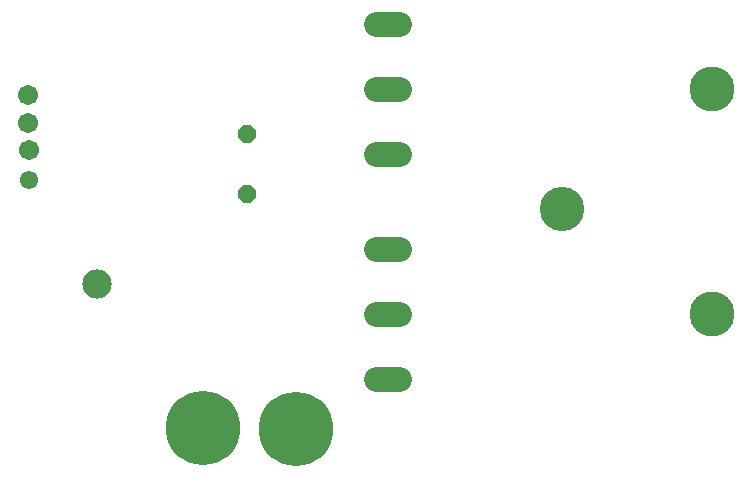
<source format=gbr>
G04 EAGLE Gerber RS-274X export*
G75*
%MOMM*%
%FSLAX34Y34*%
%LPD*%
%INSoldermask Bottom*%
%IPPOS*%
%AMOC8*
5,1,8,0,0,1.08239X$1,22.5*%
G01*
%ADD10P,1.649562X8X292.500000*%
%ADD11C,2.153200*%
%ADD12C,3.803200*%
%ADD13C,6.299200*%
%ADD14C,2.489200*%
%ADD15C,3.759200*%
%ADD16C,1.553200*%
%ADD17C,1.703200*%


D10*
X203200Y292100D03*
X203200Y241300D03*
D11*
X312150Y194700D02*
X331650Y194700D01*
X331650Y139700D02*
X312150Y139700D01*
X312150Y84700D02*
X331650Y84700D01*
D12*
X596900Y139700D03*
D11*
X331650Y385200D02*
X312150Y385200D01*
X312150Y330200D02*
X331650Y330200D01*
X331650Y275200D02*
X312150Y275200D01*
D12*
X596900Y330200D03*
D13*
X245110Y41910D03*
D14*
X76200Y165100D03*
D13*
X166370Y43180D03*
D15*
X469900Y228600D03*
D16*
X19050Y252730D03*
D17*
X19022Y278130D03*
X17780Y300990D03*
X17780Y325120D03*
M02*

</source>
